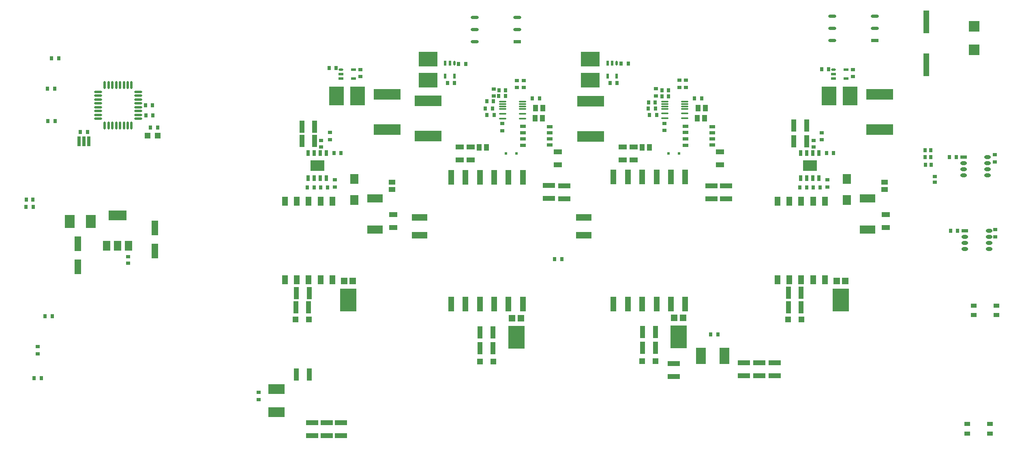
<source format=gbr>
G04 Layer_Color=8421504*
%FSLAX45Y45*%
%MOMM*%
%TF.FileFunction,Paste,Top*%
%TF.Part,Single*%
G01*
G75*
%TA.AperFunction,SMDPad,CuDef*%
%ADD10R,2.60000X1.10000*%
%ADD11O,1.65000X0.65000*%
%ADD12R,1.65000X0.65000*%
%ADD13R,1.70000X1.10000*%
%ADD14R,1.42240X3.02260*%
%ADD15O,1.40000X0.80000*%
%ADD16R,1.40000X0.80000*%
%ADD17R,0.90000X0.70000*%
%ADD18R,0.80000X0.90000*%
%ADD19R,0.70000X0.90000*%
%ADD20R,1.10000X2.60000*%
%ADD21R,2.99720X2.26060*%
%ADD22R,0.76200X1.14300*%
%ADD23R,1.80000X2.10000*%
%ADD24R,1.17000X1.88000*%
%ADD25R,1.20000X1.20000*%
%ADD26R,3.10000X4.00000*%
%ADD27R,1.39000X1.40000*%
%ADD28R,3.36000X4.86000*%
%ADD29R,3.20000X1.80000*%
%ADD30R,1.40000X1.10000*%
%ADD31R,1.00000X0.55000*%
%ADD32O,1.00000X0.55000*%
%ADD33R,0.90000X0.80000*%
%ADD34R,3.30000X1.40000*%
%ADD35R,2.00000X3.50000*%
%ADD36R,3.50000X2.00000*%
%ADD37R,4.00000X3.10000*%
%ADD38R,0.55000X1.00000*%
%ADD39O,0.55000X1.00000*%
%ADD40R,1.10000X1.40000*%
%ADD41O,1.65000X0.30000*%
%ADD42R,1.27000X3.05000*%
%ADD43R,1.20000X0.65000*%
%ADD44R,0.60000X0.60000*%
%ADD45R,2.15900X2.74300*%
%ADD46R,1.25000X0.95000*%
%ADD47R,1.30000X4.75000*%
%ADD48O,0.55000X1.65000*%
%ADD49O,1.65000X0.55000*%
%ADD50R,0.71120X2.00660*%
%ADD51R,1.50000X2.00000*%
%ADD52R,3.80000X2.00000*%
%ADD53R,1.21920X1.21920*%
%ADD54R,5.60000X2.30000*%
%ADD55R,2.26000X2.16000*%
D10*
X14020000Y7069199D02*
D03*
Y6799200D02*
D03*
X17399001Y7069200D02*
D03*
Y6799200D02*
D03*
X16305000Y3356000D02*
D03*
Y3086000D02*
D03*
X17775000Y3371000D02*
D03*
Y3101000D02*
D03*
X18094000Y3368000D02*
D03*
Y3098000D02*
D03*
X18413000Y3371000D02*
D03*
Y3101000D02*
D03*
X8760000Y2118000D02*
D03*
Y1848000D02*
D03*
X9057000Y2115000D02*
D03*
Y1845000D02*
D03*
X9357000Y2116000D02*
D03*
Y1846000D02*
D03*
X13702600Y7074400D02*
D03*
Y6804400D02*
D03*
X17094200Y7069200D02*
D03*
Y6799200D02*
D03*
D11*
X19615421Y10619740D02*
D03*
Y10365740D02*
D03*
Y10111740D02*
D03*
X20505420Y10619740D02*
D03*
Y10365740D02*
D03*
X12147820Y10589260D02*
D03*
Y10335260D02*
D03*
Y10081260D02*
D03*
X13037820Y10589260D02*
D03*
Y10335260D02*
D03*
D12*
X20505420Y10111740D02*
D03*
X13037820Y10081260D02*
D03*
D13*
X15239999Y7882001D02*
D03*
Y7611999D02*
D03*
X11836400Y7882001D02*
D03*
Y7611999D02*
D03*
X10453400Y6466002D02*
D03*
Y6196000D02*
D03*
X20740401Y6466002D02*
D03*
Y6196000D02*
D03*
X12065000Y7882001D02*
D03*
Y7611999D02*
D03*
X13885100Y7780601D02*
D03*
Y7510599D02*
D03*
X17276700Y7783401D02*
D03*
Y7513399D02*
D03*
X15468600Y7882001D02*
D03*
Y7611999D02*
D03*
D14*
X5472000Y5704000D02*
D03*
Y6185300D02*
D03*
X3860800Y5373400D02*
D03*
Y5854700D02*
D03*
D15*
X22864047Y7293916D02*
D03*
Y7420916D02*
D03*
Y7547916D02*
D03*
Y7674916D02*
D03*
X22364047Y7293916D02*
D03*
Y7420916D02*
D03*
Y7547916D02*
D03*
X22891399Y5746801D02*
D03*
Y5873801D02*
D03*
Y6000801D02*
D03*
Y6127801D02*
D03*
X22391400Y5746801D02*
D03*
Y5873801D02*
D03*
Y6000801D02*
D03*
D16*
X22364047Y7674916D02*
D03*
X22391400Y6127801D02*
D03*
D17*
X23012399Y7720400D02*
D03*
Y7570400D02*
D03*
X23026401Y6002001D02*
D03*
Y6152001D02*
D03*
X9131300Y8035220D02*
D03*
Y8185220D02*
D03*
X9234201Y7043401D02*
D03*
Y7193401D02*
D03*
X19395441Y8032680D02*
D03*
Y8182680D02*
D03*
X19521201Y7043401D02*
D03*
Y7193401D02*
D03*
X7636000Y2598000D02*
D03*
Y2748000D02*
D03*
X3022600Y3707200D02*
D03*
Y3557200D02*
D03*
X13174699Y9123999D02*
D03*
Y9273998D02*
D03*
X13035001Y9273999D02*
D03*
Y9123999D02*
D03*
X12546900Y8947200D02*
D03*
Y9097200D02*
D03*
X12724700Y8223300D02*
D03*
Y8373300D02*
D03*
X16116299Y8226100D02*
D03*
Y8376100D02*
D03*
X15938499Y8950000D02*
D03*
Y9100000D02*
D03*
X16426601Y9276799D02*
D03*
Y9126799D02*
D03*
X16566299Y9126799D02*
D03*
Y9276799D02*
D03*
X21763000Y7263000D02*
D03*
Y7143000D02*
D03*
D18*
X22092801Y6127801D02*
D03*
X22232800D02*
D03*
X22065448Y7674916D02*
D03*
X22205447D02*
D03*
X11587200Y9220200D02*
D03*
X11727200D02*
D03*
X12401400Y8839200D02*
D03*
X12541400D02*
D03*
X12794700Y8946000D02*
D03*
X12654700D02*
D03*
X12795400Y9067800D02*
D03*
X12655400D02*
D03*
X16199001D02*
D03*
X16059000D02*
D03*
X16199001Y8940800D02*
D03*
X16059000D02*
D03*
X15779601Y8813800D02*
D03*
X15919600D02*
D03*
X14978799Y9223000D02*
D03*
X15118800D02*
D03*
X5427000Y8545000D02*
D03*
X5287000D02*
D03*
X5280003Y8752000D02*
D03*
X5420002D02*
D03*
X2926000Y6785002D02*
D03*
X2786000D02*
D03*
D19*
X3311997Y9734393D02*
D03*
X3462000D02*
D03*
X13968800Y5537200D02*
D03*
X13818800D02*
D03*
X9080602Y7033946D02*
D03*
X8930599D02*
D03*
X9360001Y7753401D02*
D03*
X9210001D02*
D03*
X9108401Y9531401D02*
D03*
X9258401D02*
D03*
X8801202Y7033946D02*
D03*
X8651199D02*
D03*
X19367603D02*
D03*
X19217599D02*
D03*
X19647002Y7753401D02*
D03*
X19497002D02*
D03*
X19395401Y9506001D02*
D03*
X19545401D02*
D03*
X19088202Y7033946D02*
D03*
X18938199D02*
D03*
X17227000Y3962000D02*
D03*
X17077000D02*
D03*
X2947600Y3048000D02*
D03*
X3097600D02*
D03*
X3176200Y4343400D02*
D03*
X3326200D02*
D03*
X3227000Y9098280D02*
D03*
X3377000D02*
D03*
X3239700Y8427720D02*
D03*
X3389700D02*
D03*
X11966600Y9622000D02*
D03*
X11816600D02*
D03*
X13352100Y8895800D02*
D03*
X13502100D02*
D03*
X12408400Y8552300D02*
D03*
X12558400D02*
D03*
X12521000Y8686800D02*
D03*
X12371000D02*
D03*
X15924600D02*
D03*
X15774600D02*
D03*
X15800000Y8555100D02*
D03*
X15950000D02*
D03*
X16743700Y8898600D02*
D03*
X16893700D02*
D03*
X15358199Y9624800D02*
D03*
X15208199D02*
D03*
X21677000Y7668000D02*
D03*
X21557001D02*
D03*
X21682001Y7507000D02*
D03*
X21562000D02*
D03*
X21677000Y7814000D02*
D03*
X21557001D02*
D03*
X4064001Y8198000D02*
D03*
X3913999D02*
D03*
X5530000Y8285000D02*
D03*
X5380000D02*
D03*
X2781001Y6632000D02*
D03*
X2930998D02*
D03*
D20*
X8540399Y8007401D02*
D03*
X8810401D02*
D03*
X8694800Y4826000D02*
D03*
X8424798D02*
D03*
X8683401Y4527601D02*
D03*
X8413399D02*
D03*
X18813399Y8001000D02*
D03*
X19083400D02*
D03*
X18970401Y4832401D02*
D03*
X18700398D02*
D03*
X18970401Y4527601D02*
D03*
X18700398D02*
D03*
X8694000Y3128000D02*
D03*
X8424000D02*
D03*
X12263400Y3676100D02*
D03*
X12533400D02*
D03*
X12263400Y4006300D02*
D03*
X12533400D02*
D03*
X15654999Y4009100D02*
D03*
X15924998D02*
D03*
X15654999Y3678900D02*
D03*
X15924998D02*
D03*
X19083400Y8331200D02*
D03*
X18813400D02*
D03*
X8810400Y8305800D02*
D03*
X8540400D02*
D03*
D21*
X8865900Y7493051D02*
D03*
X19152901D02*
D03*
D22*
X8675400Y7232701D02*
D03*
X8802400D02*
D03*
X8929400D02*
D03*
X9056400D02*
D03*
X8675400Y7753401D02*
D03*
X8802400D02*
D03*
X8929400D02*
D03*
X9056400D02*
D03*
X18962399Y7232701D02*
D03*
X19089400D02*
D03*
X19216400D02*
D03*
X19343401D02*
D03*
X18962399Y7753401D02*
D03*
X19089400D02*
D03*
X19216400D02*
D03*
X19343401D02*
D03*
D23*
X9640600Y6771401D02*
D03*
Y7211400D02*
D03*
X19927600Y6771401D02*
D03*
Y7211400D02*
D03*
D24*
X9179403Y5107803D02*
D03*
X8931402D02*
D03*
X8683401D02*
D03*
X8435401D02*
D03*
X8187400D02*
D03*
X9179403Y6743802D02*
D03*
X8931402D02*
D03*
X8683401D02*
D03*
X8435401D02*
D03*
X8187400D02*
D03*
X19466403Y5107803D02*
D03*
X19218402D02*
D03*
X18970401D02*
D03*
X18722401D02*
D03*
X18474400D02*
D03*
X19466403Y6743802D02*
D03*
X19218402D02*
D03*
X18970401D02*
D03*
X18722401D02*
D03*
X18474400D02*
D03*
D25*
X8408401Y4273601D02*
D03*
X8688400D02*
D03*
X18695401D02*
D03*
X18975400D02*
D03*
X12258400Y3396700D02*
D03*
X12538400D02*
D03*
X15650000Y3399500D02*
D03*
X15929999D02*
D03*
D26*
X9268201Y8947201D02*
D03*
X9708200D02*
D03*
X19555202D02*
D03*
X19995200D02*
D03*
D27*
X9421602Y5078202D02*
D03*
X9605599D02*
D03*
X19708601D02*
D03*
X19892599D02*
D03*
X12928700Y4302900D02*
D03*
X13112700D02*
D03*
X16320299Y4305700D02*
D03*
X16504298D02*
D03*
D28*
X9513600Y4680001D02*
D03*
X19800600D02*
D03*
X13020700Y3904700D02*
D03*
X16412299Y3907500D02*
D03*
D29*
X10072400Y6158403D02*
D03*
Y6808399D02*
D03*
X20359399Y6158403D02*
D03*
Y6808399D02*
D03*
D30*
X10428000Y7142602D02*
D03*
Y6992600D02*
D03*
X20714999Y7142602D02*
D03*
Y6992600D02*
D03*
D31*
X9623201Y9309400D02*
D03*
Y9499402D02*
D03*
X9353199Y9309400D02*
D03*
Y9404401D02*
D03*
X19910201Y9309400D02*
D03*
Y9499402D02*
D03*
X19640199Y9309400D02*
D03*
Y9404401D02*
D03*
D32*
X9353199Y9499402D02*
D03*
X19640199D02*
D03*
D33*
X8940800Y7880200D02*
D03*
Y8020200D02*
D03*
X9767601Y9359801D02*
D03*
Y9499801D02*
D03*
X19227800Y7880200D02*
D03*
Y8020200D02*
D03*
X20054601Y9359801D02*
D03*
Y9499801D02*
D03*
X4909000Y5449000D02*
D03*
Y5589000D02*
D03*
D34*
X10998200Y6033000D02*
D03*
Y6413000D02*
D03*
X14427200Y6033000D02*
D03*
Y6413000D02*
D03*
D35*
X17367000Y3514000D02*
D03*
X16877000D02*
D03*
D36*
X8012000Y2333000D02*
D03*
Y2823000D02*
D03*
D37*
X11174600Y9719601D02*
D03*
Y9279601D02*
D03*
X14566199Y9722401D02*
D03*
Y9282402D02*
D03*
D38*
X11536799Y9364600D02*
D03*
X11726801D02*
D03*
X11536799Y9634602D02*
D03*
X11631800D02*
D03*
X14928398Y9367400D02*
D03*
X15118401D02*
D03*
X14928398Y9637402D02*
D03*
X15023399D02*
D03*
D39*
X11726801Y9634602D02*
D03*
X15118401Y9637402D02*
D03*
D40*
X13561002Y8483600D02*
D03*
X13410999D02*
D03*
X12394001Y7874000D02*
D03*
X12243999D02*
D03*
X13574400Y8692000D02*
D03*
X13424400D02*
D03*
X16966000Y8694800D02*
D03*
X16816000D02*
D03*
X15797601Y7874000D02*
D03*
X15647598D02*
D03*
X16952602Y8486400D02*
D03*
X16802599D02*
D03*
D41*
X12733100Y8828900D02*
D03*
Y8778900D02*
D03*
Y8728900D02*
D03*
Y8678900D02*
D03*
Y8578900D02*
D03*
Y8478900D02*
D03*
X13148100Y8828900D02*
D03*
Y8778900D02*
D03*
Y8728900D02*
D03*
Y8678900D02*
D03*
Y8578900D02*
D03*
Y8478900D02*
D03*
X16124699Y8831700D02*
D03*
Y8781700D02*
D03*
Y8731700D02*
D03*
Y8681700D02*
D03*
Y8581700D02*
D03*
Y8481700D02*
D03*
X16539700Y8831700D02*
D03*
Y8781700D02*
D03*
Y8731700D02*
D03*
Y8681700D02*
D03*
Y8581700D02*
D03*
Y8481700D02*
D03*
D42*
X11657200Y4597400D02*
D03*
X11957200D02*
D03*
X12257200D02*
D03*
X12557200D02*
D03*
X12857201D02*
D03*
X13157201D02*
D03*
X11657200Y7249400D02*
D03*
X11957200D02*
D03*
X12257200D02*
D03*
X12557200D02*
D03*
X12857201D02*
D03*
X13157201D02*
D03*
X15048801Y4600200D02*
D03*
X15348801D02*
D03*
X15648801D02*
D03*
X15948801D02*
D03*
X16248801D02*
D03*
X16548801D02*
D03*
X15048801Y7252200D02*
D03*
X15348801D02*
D03*
X15648801D02*
D03*
X15948801D02*
D03*
X16248801D02*
D03*
X16548801D02*
D03*
D43*
X13721600Y7924100D02*
D03*
Y8051100D02*
D03*
Y8178100D02*
D03*
Y8305100D02*
D03*
X13159700Y8315260D02*
D03*
Y8180640D02*
D03*
Y8048560D02*
D03*
Y7913940D02*
D03*
X17113200Y7926900D02*
D03*
Y8053900D02*
D03*
Y8180900D02*
D03*
Y8307900D02*
D03*
X16551300Y8318060D02*
D03*
Y8183440D02*
D03*
Y8051360D02*
D03*
Y7916740D02*
D03*
D44*
X13025101Y7747600D02*
D03*
X12805099D02*
D03*
X16416701Y7750400D02*
D03*
X16196700D02*
D03*
D45*
X3690600Y6324600D02*
D03*
X4132600D02*
D03*
D46*
X22434500Y2087000D02*
D03*
X22909500Y1887000D02*
D03*
Y2087000D02*
D03*
X22434500Y1887000D02*
D03*
X22576500Y4565000D02*
D03*
X23051500Y4365000D02*
D03*
Y4565000D02*
D03*
X22576500Y4365000D02*
D03*
D47*
X21582001Y9604500D02*
D03*
Y10499500D02*
D03*
D48*
X4424000Y9174000D02*
D03*
X4504000D02*
D03*
X4584000D02*
D03*
X4664000D02*
D03*
X4744000D02*
D03*
X4824000D02*
D03*
X4904000D02*
D03*
X4984000D02*
D03*
Y8334000D02*
D03*
X4904000D02*
D03*
X4824000D02*
D03*
X4744000D02*
D03*
X4664000D02*
D03*
X4584000D02*
D03*
X4504000D02*
D03*
X4424000D02*
D03*
D49*
X5124000Y9034000D02*
D03*
Y8954000D02*
D03*
Y8874000D02*
D03*
Y8794000D02*
D03*
Y8714000D02*
D03*
Y8634000D02*
D03*
Y8554000D02*
D03*
Y8474000D02*
D03*
X4284000D02*
D03*
Y8554000D02*
D03*
Y8634000D02*
D03*
Y8714000D02*
D03*
Y8794000D02*
D03*
Y8874000D02*
D03*
Y8954000D02*
D03*
Y9034000D02*
D03*
D50*
X3887400Y8000000D02*
D03*
X3989000D02*
D03*
X4089000D02*
D03*
D51*
X4462000Y5820000D02*
D03*
X4692000D02*
D03*
X4922000D02*
D03*
D52*
X4692000Y6450000D02*
D03*
D53*
X5321318Y8123005D02*
D03*
X5532996D02*
D03*
D54*
X10321802Y8987001D02*
D03*
Y8247001D02*
D03*
X20608801Y8987001D02*
D03*
Y8247001D02*
D03*
X11174000Y8847000D02*
D03*
Y8107000D02*
D03*
X14575999Y8841000D02*
D03*
Y8101000D02*
D03*
D55*
X22581000Y10405000D02*
D03*
Y9915000D02*
D03*
%TF.MD5,b15555ddfc7b1d92c28bb9320df298bf*%
M02*

</source>
